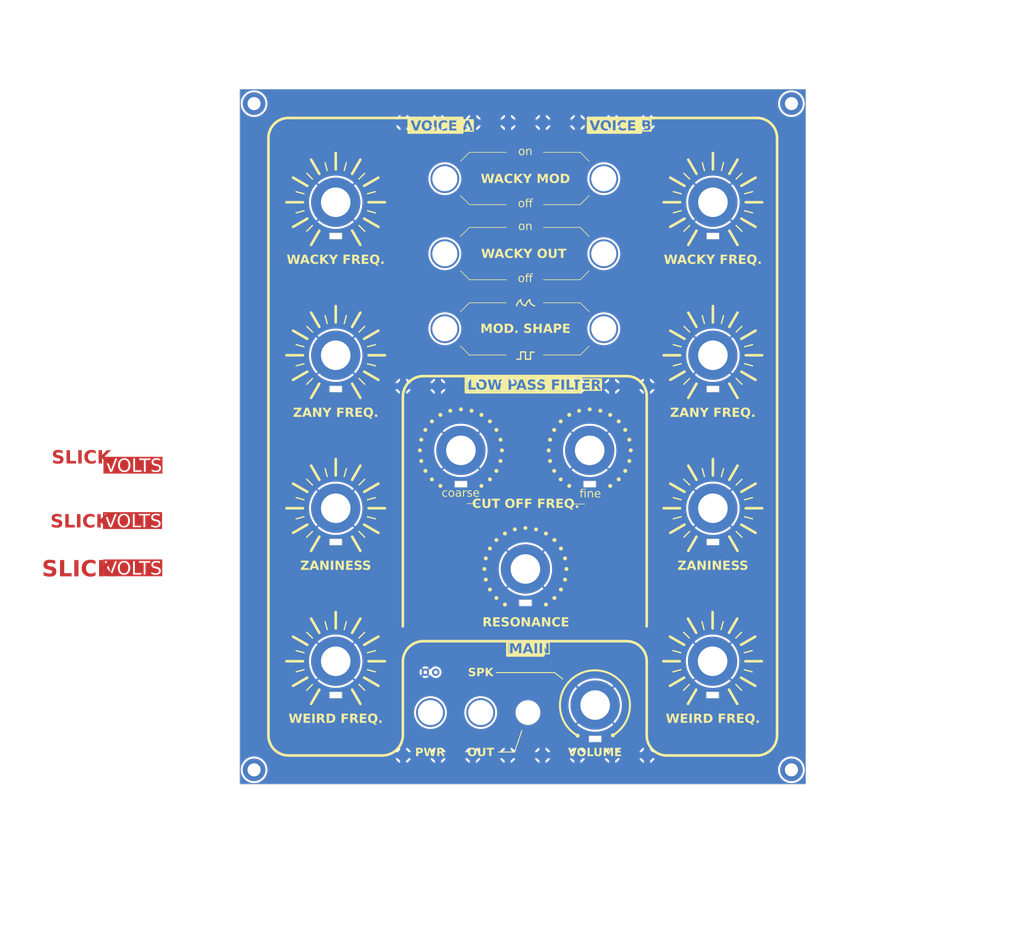
<source format=kicad_pcb>
(kicad_pcb (version 20221018) (generator pcbnew)
  (layers (0 "F.Cu" signal) (31 "B.Cu" signal) (34 "B.Paste" user) (35 "F.Paste" user) (36 "B.SilkS" user "B.Silkscreen") (37 "F.SilkS" user "F.Silkscreen") (38 "B.Mask" user) (39 "F.Mask" user) (44 "Edge.Cuts" user))
  (net 0 "")
  (net 1 "GND")
  (footprint "" (layer "F.Cu") (at 136.811657 112.4204)
    (fp_text reference "" (at 0 0) (layer "F.SilkS") (effects (font (size 1.27 1.27))))
    (fp_text value "" (at 0 0) (layer "F.SilkS") (effects (font (size 1.27 1.27))))
    (pad "1" smd circle (at 0 0 90) (size 3 3) (layers "B.Cu" "B.Paste" "B.Mask") (net 1 "GND") (clearance 3) (thermal_bridge_width 1.5))
  )
  (footprint "" (layer "F.Cu") (at 162.385828 48.1076)
    (fp_text reference "" (at 0 0) (layer "F.SilkS") (effects (font (size 1.27 1.27))))
    (fp_text value "" (at 0 0) (layer "F.SilkS") (effects (font (size 1.27 1.27))))
    (pad "1" smd circle (at 0 0 90) (size 3 3) (layers "B.Cu" "B.Paste" "B.Mask") (net 1 "GND") (clearance 3) (thermal_bridge_width 1.5))
  )
  (footprint "" (layer "F.Cu") (at 145.404114 48.1076)
    (fp_text reference "" (at 0 0) (layer "F.SilkS") (effects (font (size 1.27 1.27))))
    (fp_text value "" (at 0 0) (layer "F.SilkS") (effects (font (size 1.27 1.27))))
    (pad "1" smd circle (at 0 0 90) (size 3 3) (layers "B.Cu" "B.Paste" "B.Mask") (net 1 "GND") (clearance 3) (thermal_bridge_width 1.5))
  )
  (footprint "" (layer "F.Cu") (at 162.284228 112.4204)
    (fp_text reference "" (at 0 0) (layer "F.SilkS") (effects (font (size 1.27 1.27))))
    (fp_text value "" (at 0 0) (layer "F.SilkS") (effects (font (size 1.27 1.27))))
    (pad "1" smd circle (at 0 0 90) (size 3 3) (layers "B.Cu" "B.Paste" "B.Mask") (net 1 "GND") (clearance 3) (thermal_bridge_width 1.5))
  )
  (footprint "" (layer "F.Cu") (at 162.304285 202.438)
    (fp_text reference "" (at 0 0) (layer "F.SilkS") (effects (font (size 1.27 1.27))))
    (fp_text value "" (at 0 0) (layer "F.SilkS") (effects (font (size 1.27 1.27))))
    (pad "1" smd circle (at 0 0 90) (size 3 3) (layers "B.Cu" "B.Paste" "B.Mask") (net 1 "GND") (clearance 3) (thermal_bridge_width 1.5))
  )
  (footprint "" (layer "F.Cu") (at 153.894971 48.1076)
    (fp_text reference "" (at 0 0) (layer "F.SilkS") (effects (font (size 1.27 1.27))))
    (fp_text value "" (at 0 0) (layer "F.SilkS") (effects (font (size 1.27 1.27))))
    (pad "1" smd circle (at 0 0 90) (size 3 3) (layers "B.Cu" "B.Paste" "B.Mask") (net 1 "GND") (clearance 3) (thermal_bridge_width 1.5))
  )
  (footprint "fx_synth_parts:sw_fx_panel_small" (layer "F.Cu") (at 126.5 192.036 180)
    (fp_text reference "REF**" hide)
    (fp_text value "sw_fx_panel_small" hide)
    (pad "" np_thru_hole circle (at 0 0 180) (size 7 7) (drill 6.1) (layers "F&B.Cu" "*.Mask"))
  )
  (footprint "fx_synth_parts:sw_fx_panel_small" (layer "F.Cu") (at 130.0044 61.8128)
    (fp_text reference "REF**" hide)
    (fp_text value "sw_fx_panel_small" hide)
    (pad "" np_thru_hole circle (at 0 0) (size 7 7) (drill 6.1) (layers "F&B.Cu" "*.Mask"))
  )
  (footprint "" (layer "F.Cu") (at 170.876685 48.1076)
    (fp_text reference "" (at 0 0) (layer "F.SilkS") (effects (font (size 1.27 1.27))))
    (fp_text value "" (at 0 0) (layer "F.SilkS") (effects (font (size 1.27 1.27))))
    (pad "1" smd circle (at 0 0 90) (size 3 3) (layers "B.Cu" "B.Paste" "B.Mask") (net 1 "GND") (clearance 3) (thermal_bridge_width 1.5))
  )
  (footprint "MountingHole:MountingHole_3.2mm_M3_ISO14580_Pad" (layer "F.Cu") (at 83.5 206)
    (fp_text reference "REF**" hide)
    (fp_text value "MountingHole_3.2mm_M3_ISO14580_Pad" hide)
    (pad "1" thru_hole circle (at 0 0) (size 5.5 5.5) (drill 3.2) (layers "*.Cu" "*.Mask"))
  )
  (footprint "fx_synth_parts:pot_fx_panel_small_knob_1" (layer "F.Cu") (at 166.6496 190.202442)
    (fp_text reference "REF**" hide)
    (fp_text value "pot_fx_panel_small_knob_1" hide)
    (fp_arc (start -4.2672 7.467599) (mid -0.138299 -8.480276) (end 4.316842 7.379555) (stroke (width 0.5)) (layer "F.SilkS"))
    (fp_circle (center -4.2672 7.467599) (end -3.9472 7.467599) (stroke (width 0.32)) (fill solid) (layer "F.SilkS"))
    (fp_circle (center 4.316842 7.379555) (end 4.636842 7.379555) (stroke (width 0.32)) (fill solid) (layer "F.SilkS"))
    (fp_rect (start -1.5 7.5) (end 1.5 9) (stroke (width 0.12)) (fill none) (layer "Edge.Cuts"))
    (pad "1" thru_hole circle (at 0 0) (size 12 12) (drill 7.2) (layers "*.Cu" "*.Mask") (net 1 "GND"))
  )
  (footprint "" (layer "F.Cu") (at 128.3208 112.4204)
    (fp_text reference "" (at 0 0) (layer "F.SilkS") (effects (font (size 1.27 1.27))))
    (fp_text value "" (at 0 0) (layer "F.SilkS") (effects (font (size 1.27 1.27))))
    (pad "1" smd circle (at 0 0 90) (size 3 3) (layers "B.Cu" "B.Paste" "B.Mask") (net 1 "GND") (clearance 3) (thermal_bridge_width 1.5))
  )
  (footprint "" (layer "F.Cu") (at 119.85 202.438)
    (fp_text reference locked "" (at 10.5748 4.1) (layer "F.SilkS") (effects (font (size 1.27 1.27))))
    (fp_text value locked "" (at 10.5748 4.1) (layer "F.SilkS") (effects (font (size 1.27 1.27))))
    (pad "1" smd circle (at 0 0 90) (size 3 3) (layers "B.Cu" "B.Paste" "B.Mask") (net 1 "GND") (clearance 3) (thermal_bridge_width 1.5))
  )
  (footprint "fx_synth_parts:sw_fx_panel_small" (layer "F.Cu") (at 168.7544 61.8128)
    (fp_text reference "REF**" hide)
    (fp_text value "sw_fx_panel_small" hide)
    (pad "" np_thru_hole circle (at 0 0) (size 7 7) (drill 6.1) (layers "F&B.Cu" "*.Mask"))
  )
  (footprint "fx_synth_parts:pot_fx_panel_small_knob_2" (layer "F.Cu") (at 195.3544 67.5628)
    (fp_text reference "REF**" hide)
    (fp_text value "pot_fx_panel_small_knob_2" hide)
    (fp_line (start -8 0) (end -12 0) (stroke (width 0.64)) (layer "F.SilkS"))
    (fp_line (start -7.727407 -2.070552) (end -9.659258 -2.58819) (stroke (width 0.32)) (layer "F.SilkS"))
    (fp_line (start -7.727407 2.070552) (end -9.659258 2.58819) (stroke (width 0.32)) (layer "F.SilkS"))
    (fp_line (start -6.928203 -4) (end -10.392305 -6) (stroke (width 0.64)) (layer "F.SilkS"))
    (fp_line (start -6.928203 4) (end -10.392305 6) (stroke (width 0.64)) (layer "F.SilkS"))
    (fp_line (start -5.656854 -5.656854) (end -7.071068 -7.071068) (stroke (width 0.32)) (layer "F.SilkS"))
    (fp_line (start -5.656854 5.656854) (end -7.071068 7.071068) (stroke (width 0.32)) (layer "F.SilkS"))
    (fp_line (start -4 -6.928203) (end -6 -10.392305) (stroke (width 0.64)) (layer "F.SilkS"))
    (fp_line (start -4 6.928203) (end -6 10.392305) (stroke (width 0.64)) (layer "F.SilkS"))
    (fp_line (start -2.070552 -7.727407) (end -2.58819 -9.659258) (stroke (width 0.32)) (layer "F.SilkS"))
    (fp_line (start 0 -8) (end 0 -12) (stroke (width 0.64)) (layer "F.SilkS"))
    (fp_line (start 2.070552 -7.727407) (end 2.58819 -9.659258) (stroke (width 0.32)) (layer "F.SilkS"))
    (fp_line (start 4 -6.928203) (end 6 -10.392305) (stroke (width 0.64)) (layer "F.SilkS"))
    (fp_line (start 4 6.928203) (end 6 10.392305) (stroke (width 0.64)) (layer "F.SilkS"))
    (fp_line (start 5.656854 -5.656854) (end 7.071068 -7.071068) (stroke (width 0.32)) (layer "F.SilkS"))
    (fp_line (start 5.656854 5.656854) (end 7.071068 7.071068) (stroke (width 0.32)) (layer "F.SilkS"))
    (fp_line (start 6.928203 -4) (end 10.392305 -6) (stroke (width 0.64)) (layer "F.SilkS"))
    (fp_line (start 6.928203 4) (end 10.392305 6) (stroke (width 0.64)) (layer "F.SilkS"))
    (fp_line (start 7.727407 -2.070552) (end 9.659258 -2.58819) (stroke (width 0.32)) (layer "F.SilkS"))
    (fp_line (start 7.727407 2.070552) (end 9.659258 2.58819) (stroke (width 0.32)) (layer "F.SilkS"))
    (fp_line (start 8 0) (end 12 0) (stroke (width 0.64)) (layer "F.SilkS"))
    (fp_rect (start -1.5 7.5) (end 1.5 9) (stroke (width 0.12)) (fill none) (layer "Edge.Cuts"))
    (pad "1" thru_hole circle (at 0 0) (size 12 12) (drill 7.2) (layers "*.Cu" "*.Mask") (net 1 "GND"))
  )
  (footprint "MountingHole:MountingHole_3.2mm_M3_ISO14580_Pad" (layer "F.Cu") (at 83.5 43.5)
    (fp_text reference "REF**" hide)
    (fp_text value "MountingHole_3.2mm_M3_ISO14580_Pad" hide)
    (pad "1" thru_hole circle (at 0 0) (size 5.5 5.5) (drill 3.2) (layers "*.Cu" "*.Mask"))
  )
  (footprint "fx_synth_parts:sw_fx_panel_small" (layer "F.Cu") (at 130.0044 98.4128)
    (fp_text reference "REF**" hide)
    (fp_text value "sw_fx_panel_small" hide)
    (pad "" np_thru_hole circle (at 0 0) (size 7 7) (drill 6.1) (layers "F&B.Cu" "*.Mask"))
  )
  (footprint "" (layer "F.Cu") (at 153.813428 202.438)
    (fp_text reference "" (at 0 0) (layer "F.SilkS") (effects (font (size 1.27 1.27))))
    (fp_text value "" (at 0 0) (layer "F.SilkS") (effects (font (size 1.27 1.27))))
    (pad "1" smd circle (at 0 0 90) (size 3 3) (layers "B.Cu" "B.Paste" "B.Mask") (net 1 "GND") (clearance 3) (thermal_bridge_width 1.5))
  )
  (footprint "fx_synth_parts:sw_fx_panel_small" (layer "F.Cu") (at 168.7544 80.1128)
    (fp_text reference "REF**" hide)
    (fp_text value "sw_fx_panel_small" hide)
    (pad "" np_thru_hole circle (at 0 0) (size 7 7) (drill 6.1) (layers "F&B.Cu" "*.Mask"))
  )
  (footprint "fx_synth_parts:pot_fx_panel_small_knob_1" (layer "F.Cu") (at 149.6496 157.0128)
    (fp_text reference "REF**" hide)
    (fp_text value "pot_fx_panel_small_knob_1" hide)
    (fp_circle (center -10 0) (end -9.68 0) (stroke (width 0.32)) (fill solid) (layer "F.SilkS"))
    (fp_circle (center -9.659258 -2.58819) (end -9.339258 -2.58819) (stroke (width 0.32)) (fill solid) (layer "F.SilkS"))
    (fp_circle (center -9.659258 2.58819) (end -9.339258 2.58819) (stroke (width 0.32)) (fill solid) (layer "F.SilkS"))
    (fp_circle (center -8.660254 -5) (end -8.340254 -5) (stroke (width 0.32)) (fill solid) (layer "F.SilkS"))
    (fp_circle (center -8.660254 5) (end -8.340254 5) (stroke (width 0.32)) (fill solid) (layer "F.SilkS"))
    (fp_circle (center -7.071068 -7.071068) (end -6.751068 -7.071068) (stroke (width 0.32)) (fill solid) (layer "F.SilkS"))
    (fp_circle (center -7.071068 7.071068) (end -6.751068 7.071068) (stroke (width 0.32)) (fill solid) (layer "F.SilkS"))
    (fp_circle (center -5 -8.660254) (end -4.68 -8.660254) (stroke (width 0.32)) (fill solid) (layer "F.SilkS"))
    (fp_circle (center -5 8.660254) (end -4.68 8.660254) (stroke (width 0.32)) (fill solid) (layer "F.SilkS"))
    (fp_circle (center -2.58819 -9.659258) (end -2.26819 -9.659258) (stroke (width 0.32)) (fill solid) (layer "F.SilkS"))
    (fp_circle (center 0 -10) (end 0.32 -10) (stroke (width 0.32)) (fill solid) (layer "F.SilkS"))
    (fp_circle (center 2.58819 -9.659258) (end 2.90819 -9.659258) (stroke (width 0.32)) (fill solid) (layer "F.SilkS"))
    (fp_circle (center 5 -8.660254) (end 5.32 -8.660254) (stroke (width 0.32)) (fill solid) (layer "F.SilkS"))
    (fp_circle (center 5 8.660254) (end 5.32 8.660254) (stroke (width 0.32)) (fill solid) (layer "F.SilkS"))
    (fp_circle (center 7.071068 -7.071068) (end 7.391068 -7.071068) (stroke (width 0.32)) (fill solid) (layer "F.SilkS"))
    (fp_circle (center 7.071068 7.071068) (end 7.391068 7.071068) (stroke (width 0.32)) (fill solid) (layer "F.SilkS"))
    (fp_circle (center 8.660254 -5) (end 8.980254 -5) (stroke (width 0.32)) (fill solid) (layer "F.SilkS"))
    (fp_circle (center 8.660254 5) (end 8.980254 5) (stroke (width 0.32)) (fill solid) (layer "F.SilkS"))
    (fp_circle (center 9.659258 -2.58819) (end 9.979258 -2.58819) (stroke (width 0.32)) (fill solid) (layer "F.SilkS"))
    (fp_circle (center 9.659258 2.58819) (end 9.979258 2.58819) (stroke (width 0.32)) (fill solid) (layer "F.SilkS"))
    (fp_circle (center 10 0) (end 10.32 0) (stroke (width 0.32)) (fill solid) (layer "F.SilkS"))
    (fp_rect (start -1.5 7.5) (end 1.5 9) (stroke (width 0.12)) (fill none) (layer "Edge.Cuts"))
    (pad "1" thru_hole circle (at 0 0) (size 12 12) (drill 7.2) (layers "*.Cu" "*.Mask") (net 1 "GND"))
  )
  (footprint "" (layer "F.Cu") (at 153.793371 112.4204)
    (fp_text reference "" (at 0 0) (layer "F.SilkS") (effects (font (size 1.27 1.27))))
    (fp_text value "" (at 0 0) (layer "F.SilkS") (effects (font (size 1.27 1.27))))
    (pad "1" smd circle (at 0 0 90) (size 3 3) (layers "B.Cu" "B.Paste" "B.Mask") (net 1 "GND") (clearance 3) (thermal_bridge_width 1.5))
  )
  (footprint "MountingHole:MountingHole_3.2mm_M3_ISO14580_Pad" (layer "F.Cu") (at 214.5 206)
    (fp_text reference "REF**" hide)
    (fp_text value "MountingHole_3.2mm_M3_ISO14580_Pad" hide)
    (pad "1" thru_hole circle (at 0 0) (size 5.5 5.5) (drill 3.2) (layers "*.Cu" "*.Mask"))
  )
  (footprint "" (layer "F.Cu") (at 128.340857 202.438)
    (fp_text reference "" (at 0 0) (layer "F.SilkS") (effects (font (size 1.27 1.27))))
    (fp_text value "" (at 0 0) (layer "F.SilkS") (effects (font (size 1.27 1.27))))
    (pad "1" smd circle (at 0 0 90) (size 3 3) (layers "B.Cu" "B.Paste" "B.Mask") (net 1 "GND") (clearance 3) (thermal_bridge_width 1.5))
  )
  (footprint "" (layer "F.Cu") (at 179.265943 112.9776)
    (fp_text reference locked "" (at 27.75 4.1) (layer "F.SilkS") (effects (font (size 1.27 1.27))))
    (fp_text value locked "" (at 27.75 4.1) (layer "F.SilkS") (effects (font (size 1.27 1.27))))
    (pad "1" smd circle (at 0 -0.5572 90) (size 3 3) (layers "B.Cu" "B.Paste" "B.Mask") (net 1 "GND") (clearance 3) (thermal_bridge_width 1.5))
  )
  (footprint "fx_synth_parts:sw_fx_panel_small" (layer "F.Cu") (at 168.7544 98.4128)
    (fp_text reference "REF**" hide)
    (fp_text value "sw_fx_panel_small" hide)
    (pad "" np_thru_hole circle (at 0 0) (size 7 7) (drill 6.1) (layers "F&B.Cu" "*.Mask"))
  )
  (footprint "fx_synth_parts:pot_fx_panel_small_knob_1" (layer "F.Cu") (at 133.9196 128.08)
    (fp_text reference "REF**" hide)
    (fp_text value "pot_fx_panel_small_knob_1" hide)
    (fp_circle (center -10 0) (end -9.68 0) (stroke (width 0.32)) (fill solid) (layer "F.SilkS"))
    (fp_circle (center -9.659258 -2.58819) (end -9.339258 -2.58819) (stroke (width 0.32)) (fill solid) (layer "F.SilkS"))
    (fp_circle (center -9.659258 2.58819) (end -9.339258 2.58819) (stroke (width 0.32)) (fill solid) (layer "F.SilkS"))
    (fp_circle (center -8.660254 -5) (end -8.340254 -5) (stroke (width 0.32)) (fill solid) (layer "F.SilkS"))
    (fp_circle (center -8.660254 5) (end -8.340254 5) (stroke (width 0.32)) (fill solid) (layer "F.SilkS"))
    (fp_circle (center -7.071068 -7.071068) (end -6.751068 -7.071068) (stroke (width 0.32)) (fill solid) (layer "F.SilkS"))
    (fp_circle (center -7.071068 7.071068) (end -6.751068 7.071068) (stroke (width 0.32)) (fill solid) (layer "F.SilkS"))
    (fp_circle (center -5 -8.660254) (end -4.68 -8.660254) (stroke (width 0.32)) (fill solid) (layer "F.SilkS"))
    (fp_circle (center -5 8.660254) (end -4.68 8.660254) (stroke (width 0.32)) (fill solid) (layer "F.SilkS"))
    (fp_circle (center -2.58819 -9.659258) (end -2.26819 -9.659258) (stroke (width 0.32)) (fill solid) (layer "F.SilkS"))
    (fp_circle (center 0 -10) (end 0.32 -10) (stroke (width 0.32)) (fill solid) (layer "F.SilkS"))
    (fp_circle (center 2.58819 -9.659258) (end 2.90819 -9.659258) (stroke (width 0.32)) (fill solid) (layer "F.SilkS"))
    (fp_circle (center 5 -8.660254) (end 5.32 -8.660254) (stroke (width 0.32)) (fill solid) (layer "F.SilkS"))
    (fp_circle (center 5 8.660254) (end 5.32 8.660254) (stroke (width 0.32)) (fill solid) (layer "F.SilkS"))
    (fp_circle (center 7.071068 -7.071068) (end 7.391068 -7.071068) (stroke (width 0.32)) (fill solid) (layer "F.SilkS"))
    (fp_circle (center 7.071068 7.071068) (end 7.391068 7.071068) (stroke (width 0.32)) (fill solid) (layer "F.SilkS"))
    (fp_circle (center 8.660254 -5) (end 8.980254 -5) (stroke (width 0.32)) (fill solid) (layer "F.SilkS"))
    (fp_circle (center 8.660254 5) (end 8.980254 5) (stroke (width 0.32)) (fill solid) (layer "F.SilkS"))
    (fp_circle (center 9.659258 -2.58819) (end 9.979258 -2.58819) (stroke (width 0.32)) (fill solid) (layer "F.SilkS"))
    (fp_circle (center 9.659258 2.58819) (end 9.979258 2.58819) (stroke (width 0.32)) (fill solid) (layer "F.SilkS"))
    (fp_circle (center 10 0) (end 10.32 0) (stroke (width 0.32)) (fill solid) (layer "F.SilkS"))
    (fp_rect (start -1.5 7.5) (end 1.5 9) (stroke (width 0.12)) (fill none) (layer "Edge.Cuts"))
    (pad "1" thru_hole circle (at 0 0) (size 12 12) (drill 7.2) (layers "*.Cu" "*.Mask") (net 1 "GND"))
  )
  (footprint "fx_synth_parts:sw_fx_panel_small" (layer "F.Cu") (at 138.75 192.036)
    (fp_text reference "REF**" hide)
    (fp_text value "sw_fx_panel_small" hide)
    (pad "" np_thru_hole circle (at 0 0) (size 7 7) (drill 6.1) (layers "F&B.Cu" "*.Mask"))
  )
  (footprint "fx_synth_parts:pot_fx_panel_small_knob_2" (layer "F.Cu") (at 103.4044 142.196132)
    (fp_text reference "REF**" hide)
    (fp_text value "pot_fx_panel_small_knob_2" hide)
    (fp_line (start -8 0) (end -12 0) (stroke (width 0.64)) (layer "F.SilkS"))
    (fp_line (start -7.727407 -2.070552) (end -9.659258 -2.58819) (stroke (width 0.32)) (layer "F.SilkS"))
    (fp_line (start -7.727407 2.070552) (end -9.659258 2.58819) (stroke (width 0.32)) (layer "F.SilkS"))
    (fp_line (start -6.928203 -4) (end -10.392305 -6) (stroke (width 0.64)) (layer "F.SilkS"))
    (fp_line (start -6.928203 4) (end -10.392305 6) (stroke (width 0.64)) (layer "F.SilkS"))
    (fp_line (start -5.656854 -5.656854) (end -7.071068 -7.071068) (stroke (width 0.32)) (layer "F.SilkS"))
    (fp_line (start -5.656854 5.656854) (end -7.071068 7.071068) (stroke (width 0.32)) (layer "F.SilkS"))
    (fp_line (start -4 -6.928203) (end -6 -10.392305) (stroke (width 0.64)) (layer "F.SilkS"))
    (fp_line (start -4 6.928203) (end -6 10.392305) (stroke (width 0.64)) (layer "F.SilkS"))
    (fp_line (start -2.070552 -7.727407) (end -2.58819 -9.659258) (stroke (width 0.32)) (layer "F.SilkS"))
    (fp_line (start 0 -8) (end 0 -12) (stroke (width 0.64)) (layer "F.SilkS"))
    (fp_line (start 2.070552 -7.727407) (end 2.58819 -9.659258) (stroke (width 0.32)) (layer "F.SilkS"))
    (fp_line (start 4 -6.928203) (end 6 -10.392305) (stroke (width 0.64)) (layer "F.SilkS"))
    (fp_line (start 4 6.928203) (end 6 10.392305) (stroke (width 0.64)) (layer "F.SilkS"))
    (fp_line (start 5.656854 -5.656854) (end 7.071068 -7.071068) (stroke (width 0.32)) (layer "F.SilkS"))
    (fp_line (start 5.656854 5.656854) (end 7.071068 7.071068) (stroke (width 0.32)) (layer "F.SilkS"))
    (fp_line (start 6.928203 -4) (end 10.392305 -6) (stroke (width 0.64)) (layer "F.SilkS"))
    (fp_line (start 6.928203 4) (end 10.392305 6) (stroke (width 0.64)) (layer "F.SilkS"))
    (fp_line (start 7.727407 -2.070552) (end 9.659258 -2.58819) (stroke (width 0.32)) (layer "F.SilkS"))
    (fp_line (start 7.727407 2.070552) (end 9.659258 2.58819) (stroke (width 0.32)) (layer "F.SilkS"))
    (fp_line (start 8 0) (end 12 0) (stroke (width 0.64)) (layer "F.SilkS"))
    (fp_rect (start -1.5 7.5) (end 1.5 9) (stroke (width 0.12)) (fill none) (layer "Edge.Cuts"))
    (pad "1" thru_hole circle (at 0 0) (size 12 12) (drill 7.2) (layers "*.Cu" "*.Mask") (net 1 "GND"))
  )
  (footprint "fx_synth_parts:pot_fx_panel_small_knob_2" (layer "F.Cu") (at 103.4044 104.879466)
    (fp_text reference "REF**" hide)
    (fp_text value "pot_fx_panel_small_knob_2" hide)
    (fp_line (start -8 0) (end -12 0) (stroke (width 0.64)) (layer "F.SilkS"))
    (fp_line (start -7.727407 -2.070552) (end -9.659258 -2.58819) (stroke (width 0.32)) (layer "F.SilkS"))
    (fp_line (start -7.727407 2.070552) (end -9.659258 2.58819) (stroke (width 0.32)) (layer "F.SilkS"))
    (fp_line (start -6.928203 -4) (end -10.392305 -6) (stroke (width 0.64)) (layer "F.SilkS"))
    (fp_line (start -6.928203 4) (end -10.392305 6) (stroke (width 0.64)) (layer "F.SilkS"))
    (fp_line (start -5.656854 -5.656854) (end -7.071068 -7.071068) (stroke (width 0.32)) (layer "F.SilkS"))
    (fp_line (start -5.656854 5.656854) (end -7.071068 7.071068) (stroke (width 0.32)) (layer "F.SilkS"))
    (fp_line (start -4 -6.928203) (end -6 -10.392305) (stroke (width 0.64)) (layer "F.SilkS"))
    (fp_line (start -4 6.928203) (end -6 10.392305) (stroke (width 0.64)) (layer "F.SilkS"))
    (fp_line (start -2.070552 -7.727407) (end -2.58819 -9.659258) (stroke (width 0.32)) (layer "F.SilkS"))
    (fp_line (start 0 -8) (end 0 -12) (stroke (width 0.64)) (layer "F.SilkS"))
    (fp_line (start 2.070552 -7.727407) (end 2.58819 -9.659258) (stroke (width 0.32)) (layer "F.SilkS"))
    (fp_line (start 4 -6.928203) (end 6 -10.392305) (stroke (width 0.64)) (layer "F.SilkS"))
    (fp_line (start 4 6.928203) (end 6 10.392305) (stroke (width 0.64)) (layer "F.SilkS"))
    (fp_line (start 5.656854 -5.656854) (end 7.071068 -7.071068) (stroke (width 0.32)) (layer "F.SilkS"))
    (fp_line (start 5.656854 5.656854) (end 7.071068 7.071068) (stroke (width 0.32)) (layer "F.SilkS"))
    (fp_line (start 6.928203 -4) (end 10.392305 -6) (stroke (width 0.64)) (layer "F.SilkS"))
    (fp_line (start 6.928203 4) (end 10.392305 6) (stroke (width 0.64)) (layer "F.SilkS"))
    (fp_line (start 7.727407 -2.070552) (end 9.659258 -2.58819) (stroke (width 0.32)) (layer "F.SilkS"))
    (fp_line (start 7.727407 2.070552) (end 9.659258 2.58819) (stroke (width 0.32)) (layer "F.SilkS"))
    (fp_line (start 8 0) (end 12 0) (stroke (width 0.64)) (layer "F.SilkS"))
    (fp_rect (start -1.5 7.5) (end 1.5 9) (stroke (width 0.12)) (fill none) (layer "Edge.Cuts"))
    (pad "1" thru_hole circle (at 0 0) (size 12 12) (drill 7.2) (layers "*.Cu" "*.Mask") (net 1 "GND"))
  )
  (footprint "MountingHole:MountingHole_3.2mm_M3_ISO14580_Pad" (layer "F.Cu") (at 214.5 43.5)
    (fp_text reference "REF**" hide)
    (fp_text value "MountingHole_3.2mm_M3_ISO14580_Pad" hide)
    (pad "1" thru_hole circle (at 0 0) (size 5.5 5.5) (drill 3.2) (layers "*.Cu" "*.Mask"))
  )
  (footprint "LED_THT:LED_D3.0mm" (layer "F.Cu") (at 125.25 182.1888)
    (fp_text reference "REF**" hide)
    (fp_text value "LED_D3.0mm" hide)
    (fp_line (start 0.9398 -0.3041) (end 0.9398 -0.8135) (stroke (width 0.12)) (layer "F.SilkS"))
    (fp_line (start 0.9398 0.8128) (end 0.9398 0.3034) (stroke (width 0.12)) (layer "F.SilkS"))
    (pad "1" thru_hole circle (at 0 0) (size 1.8 1.8) (drill 0.9) (layers "*.Cu" "*.Mask") (net 1 "GND"))
    (pad "2" thru_hole circle (at 2.54 0) (size 1.8 1.8) (drill 0.9) (layers "*.Cu" "*.Mask"))
  )
  (footprint "fx_synth_parts:pot_fx_panel_small_knob_2" (layer "F.Cu") (at 103.4044 67.5628)
    (fp_text reference "REF**" hide)
    (fp_text value "pot_fx_panel_small_knob_2" hide)
    (fp_line (start -8 0) (end -12 0) (stroke (width 0.64)) (layer "F.SilkS"))
    (fp_line (start -7.727407 -2.070552) (end -9.659258 -2.58819) (stroke (width 0.32)) (layer "F.SilkS"))
    (fp_line (start -7.727407 2.070552) (end -9.659258 2.58819) (stroke (width 0.32)) (layer "F.SilkS"))
    (fp_line (start -6.928203 -4) (end -10.392305 -6) (stroke (width 0.64)) (layer "F.SilkS"))
    (fp_line (start -6.928203 4) (end -10.392305 6) (stroke (width 0.64)) (layer "F.SilkS"))
    (fp_line (start -5.656854 -5.656854) (end -7.071068 -7.071068) (stroke (width 0.32)) (layer "F.SilkS"))
    (fp_line (start -5.656854 5.656854) (end -7.071068 7.071068) (stroke (width 0.32)) (layer "F.SilkS"))
    (fp_line (start -4 -6.928203) (end -6 -10.392305) (stroke (width 0.64)) (layer "F.SilkS"))
    (fp_line (start -4 6.928203) (end -6 10.392305) (stroke (width 0.64)) (layer "F.SilkS"))
    (fp_line (start -2.070552 -7.727407) (end -2.58819 -9.659258) (stroke (width 0.32)) (layer "F.SilkS"))
    (fp_line (start 0 -8) (end 0 -12) (stroke (width 0.64)) (layer "F.SilkS"))
    (fp_line (start 2.070552 -7.727407) (end 2.58819 -9.659258) (stroke (width 0.32)) (layer "F.SilkS"))
    (fp_line (start 4 -6.928203) (end 6 -10.392305) (stroke (width 0.64)) (layer "F.SilkS"))
    (fp_line (start 4 6.928203) (end 6 10.392305) (stroke (width 0.64)) (layer "F.SilkS"))
    (fp_line (start 5.656854 -5.656854) (end 7.071068 -7.071068) (stroke (width 0.32)) (layer "F.SilkS"))
    (fp_line (start 5.656854 5.656854) (end 7.071068 7.071068) (stroke (width 0.32)) (layer "F.SilkS"))
    (fp_line (start 6.928203 -4) (end 10.392305 -6) (stroke (width 0.64)) (layer "F.SilkS"))
    (fp_line (start 6.928203 4) (end 10.392305 6) (stroke (width 0.64)) (layer "F.SilkS"))
    (fp_line (start 7.727407 -2.070552) (end 9.659258 -2.58819) (stroke (width 0.32)) (layer "F.SilkS"))
    (fp_line (start 7.727407 2.070552) (end 9.659258 2.58819) (stroke (width 0.32)) (layer "F.SilkS"))
    (fp_line (start 8 0) (end 12 0) (stroke (width 0.64)) (layer "F.SilkS"))
    (fp_rect (start -1.5 7.5) (end 1.5 9) (stroke (width 0.12)) (fill none) (layer "Edge.Cuts"))
    (pad "1" thru_hole circle (at 0 0) (size 12 12) (drill 7.2) (layers "*.Cu" "*.Mask") (net 1 "GND"))
  )
  (footprint "" (layer "F.Cu") (at 170.775085 112.4204)
    (fp_text reference "" (at 0 0) (layer "F.SilkS") (effects (font (size 1.27 1.27))))
    (fp_text value "" (at 0 0) (layer "F.SilkS") (effects (font (size 1.27 1.27))))
    (pad "1" smd circle (at 0 0 90) (size 3 3) (layers "B.Cu" "B.Paste" "B.Mask") (net 1 "GND") (clearance 3) (thermal_bridge_width 1.5))
  )
  (footprint "" (layer "F.Cu") (at 136.831714 202.438)
    (fp_text reference "" (at 0 0) (layer "F.SilkS") (effects (font (size 1.27 1.27))))
    (fp_text value "" (at 0 0) (layer "F.SilkS") (effects (font (size 1.27 1.27))))
    (pad "1" smd circle (at 0 0 90) (size 3 3) (layers "B.Cu" "B.Paste" "B.Mask") (net 1 "GND") (clearance 3) (thermal_bridge_width 1.5))
  )
  (footprint "fx_synth_parts:pot_fx_panel_small_knob_1" (layer "F.Cu") (at 165.3196 128.08)
    (fp_text reference "REF**" hide)
    (fp_text value "pot_fx_panel_small_knob_1" hide)
    (fp_circle (center -10 0) (end -9.68 0) (stroke (width 0.32)) (fill solid) (layer "F.SilkS"))
    (fp_circle (center -9.659258 -2.58819) (end -9.339258 -2.58819) (stroke (width 0.32)) (fill solid) (layer "F.SilkS"))
    (fp_circle (center -9.659258 2.58819) (end -9.339258 2.58819) (stroke (width 0.32)) (fill solid) (layer "F.SilkS"))
    (fp_circle (center -8.660254 -5) (end -8.340254 -5) (stroke (width 0.32)) (fill solid) (layer "F.SilkS"))
    (fp_circle (center -8.660254 5) (end -8.340254 5) (stroke (width 0.32)) (fill solid) (layer "F.SilkS"))
    (fp_circle (center -7.071068 -7.071068) (end -6.751068 -7.071068) (stroke (width 0.32)) (fill solid) (layer "F.SilkS"))
    (fp_circle (center -7.071068 7.071068) (end -6.751068 7.071068) (stroke (width 0.32)) (fill solid) (layer "F.SilkS"))
    (fp_circle (center -5 -8.660254) (end -4.68 -8.660254) (stroke (width 0.32)) (fill solid) (layer "F.SilkS"))
    (fp_circle (center -5 8.660254) (end -4.68 8.660254) (stroke (width 0.32)) (fill solid) (layer "F.SilkS"))
    (fp_circle (center -2.58819 -9.659258) (end -2.26819 -9.659258) (stroke (width 0.32)) (fill solid) (layer "F.SilkS"))
    (fp_circle (center 0 -10) (end 0.32 -10) (stroke (width 0.32)) (fill solid) (layer "F.SilkS"))
    (fp_circle (center 2.58819 -9.659258) (end 2.90819 -9.659258) (stroke (width 0.32)) (fill solid) (layer "F.SilkS"))
    (fp_circle (center 5 -8.660254) (end 5.32 -8.660254) (stroke (width 0.32)) (fill solid) (layer "F.SilkS"))
    (fp_circle (center 5 8.660254) (end 5.32 8.660254) (stroke (width 0.32)) (fill solid) (layer "F.SilkS"))
    (fp_circle (center 7.071068 -7.071068) (end 7.391068 -7.071068) (stroke (width 0.32)) (fill solid) (layer "F.SilkS"))
    (fp_circle (center 7.071068 7.071068) (end 7.391068 7.071068) (stroke (width 0.32)) (fill solid) (layer "F.SilkS"))
    (fp_circle (center 8.660254 -5) (end 8.980254 -5) (stroke (width 0.32)) (fill solid) (layer "F.SilkS"))
    (fp_circle (center 8.660254 5) (end 8.980254 5) (stroke (width 0.32)) (fill solid) (layer "F.SilkS"))
    (fp_circle (center 9.659258 -2.58819) (end 9.979258 -2.58819) (stroke (width 0.32)) (fill solid) (layer "F.SilkS"))
    (fp_circle (center 9.659258 2.58819) (end 9.979258 2.58819) (stroke (width 0.32)) (fill solid) (layer "F.SilkS"))
    (fp_circle (center 10 0) (end 10.32 0) (stroke (width 0.32)) (fill solid) (layer "F.SilkS"))
    (fp_rect (start -1.5 7.5) (end 1.5 9) (stroke (width 0.12)) (fill none) (layer "Edge.Cuts"))
    (pad "1" thru_hole circle (at 0 0) (size 12 12) (drill 7.2) (layers "*.Cu" "*.Mask") (net 1 "GND"))
  )
  (footprint "" (layer "F.Cu") (at 170.795142 202.438)
    (fp_text reference "" (at 0 0) (layer "F.SilkS") (effects (font (size 1.27 1.27))))
    (fp_text value "" (at 0 0) (layer "F.SilkS") (effects (font (size 1.27 1.27))))
    (pad "1" smd circle (at 0 0 90) (size 3 3) (layers "B.Cu" "B.Paste" "B.Mask") (net 1 "GND") (clearance 3) (thermal_bridge_width 1.5))
  )
  (footprint "fx_synth_parts:jack_panel_small" (layer "F.Cu") (at 150.2664 192.036)
    (fp_text reference "REF**" hide)
    (fp_text value "jack_panel_small" hide)
    (fp_circle (center 0 0) (end 3 0) (stroke (width 0.1)) (fill none) (layer "Edge.Cuts"))
  )
  (footprint "" (layer "F.Cu") (at 179.286 202.9952)
    (fp_text reference locked "" (at 27.75 4.1) (layer "F.SilkS") (effects (font (size 1.27 1.27))))
    (fp_text value locked "" (at 27.75 4.1) (layer "F.SilkS") (effects (font (size 1.27 1.27))))
    (pad "1" smd circle (at 0 -0.5572 90) (size 3 3) (layers "B.Cu" "B.Paste" "B.Mask") (net 1 "GND") (clearance 3) (thermal_bridge_width 1.5))
  )
  (footprint "fx_synth_parts:pot_fx_panel_small_knob_2" (layer "F.Cu") (at 103.4044 179.5128)
    (fp_text reference "REF**" hide)
    (fp_text value "pot_fx_panel_small_knob_2" hide)
    (fp_line (start -8 0) (end -12 0) (stroke (width 0.64)) (layer "F.SilkS"))
    (fp_line (start -7.727407 -2.070552) (end -9.659258 -2.58819) (stroke (width 0.32)) (layer "F.SilkS"))
    (fp_line (start -7.727407 2.070552) (end -9.659258 2.58819) (stroke (width 0.32)) (layer "F.SilkS"))
    (fp_line (start -6.928203 -4) (end -10.392305 -6) (stroke (width 0.64)) (layer "F.SilkS"))
    (fp_line (start -6.928203 4) (end -10.392305 6) (stroke (width 0.64)) (layer "F.SilkS"))
    (fp_line (start -5.656854 -5.656854) (end -7.071068 -7.071068) (stroke (width 0.32)) (layer "F.SilkS"))
    (fp_line (start -5.656854 5.656854) (end -7.071068 7.071068) (stroke (width 0.32)) (layer "F.SilkS"))
    (fp_line (start -4 -6.928203) (end -6 -10.392305) (stroke (width 0.64)) (layer "F.SilkS"))
    (fp_line (start -4 6.928203) (end -6 10.392305) (stroke (width 0.64)) (layer "F.SilkS"))
    (fp_line (start -2.070552 -7.727407) (end -2.58819 -9.659258) (stroke (width 0.32)) (layer "F.SilkS"))
    (fp_line (start 0 -8) (end 0 -12) (stroke (width 0.64)) (layer "F.SilkS"))
    (fp_line (start 2.070552 -7.727407) (end 2.58819 -9.659258) (stroke (width 0.32)) (layer "F.SilkS"))
    (fp_line (start 4 -6.928203) (end 6 -10.392305) (stroke (width 0.64)) (layer "F.SilkS"))
    (fp_line (start 4 6.928203) (end 6 10.392305) (stroke (width 0.64)) (layer "F.SilkS"))
    (fp_line (start 5.656854 -5.656854) (end 7.071068 -7.071068) (stroke (width 0.32)) (layer "F.SilkS"))
    (fp_line (start 5.656854 5.656854) (end 7.071068 7.071068) (stroke (width 0.32)) (layer "F.SilkS"))
    (fp_line (start 6.928203 -4) (end 10.392305 -6) (stroke (width 0.64)) (layer "F.SilkS"))
    (fp_line (start 6.928203 4) (end 10.392305 6) (stroke (width 0.64)) (layer "F.SilkS"))
    (fp_line (start 7.727407 -2.070552) (end 9.659258 -2.58819) (stroke (width 0.32)) (layer "F.SilkS"))
    (fp_line (start 7.727407 2.070552) (end 9.659258 2.58819) (stroke (width 0.32)) (layer "F.SilkS"))
    (fp_line (start 8 0) (end 12 0) (stroke (width 0.64)) (layer "F.SilkS"))
    (fp_rect (start -1.5 7.5) (end 1.5 9) (stroke (width 0.12)) (fill none) (layer "Edge.Cuts"))
    (pad "1" thru_hole circle (at 0 0) (size 12 12) (drill 7.2) (layers "*.Cu" "*.Mask") (net 1 "GND"))
  )
  (footprint "" (layer "F.Cu") (at 179.367543 48.6648)
    (fp_text reference locked "" (at 27.75 4.1) (layer "F.SilkS") (effects (font (size 1.27 1.27))))
    (fp_text value locked "" (at 27.75 4.1) (layer "F.SilkS") (effects (font (size 1.27 1.27))))
    (pad "1" smd circle (at 0 -0.5572 90) (size 3 3) (layers "B.Cu" "B.Paste" "B.Mask") (net 1 "GND") (clearance 3) (thermal_bridge_width 1.5))
  )
  (footprint "fx_synth_parts:pot_fx_panel_small_knob_2" (layer "F.Cu") (at 195.3544 104.879466)
    (fp_text reference "REF**" hide)
    (fp_text value "pot_fx_panel_small_knob_2" hide)
    (fp_line (start -8 0) (end -12 0) (stroke (width 0.64)) (layer "F.SilkS"))
    (fp_line (start -7.727407 -2.070552) (end -9.659258 -2.58819) (stroke (width 0.32)) (layer "F.SilkS"))
    (fp_line (start -7.727407 2.070552) (end -9.659258 2.58819) (stroke (width 0.32)) (layer "F.SilkS"))
    (fp_line (start -6.928203 -4) (end -10.392305 -6) (stroke (width 0.64)) (layer "F.SilkS"))
    (fp_line (start -6.928203 4) (end -10.392305 6) (stroke (width 0.64)) (layer "F.SilkS"))
    (fp_line (start -5.656854 -5.656854) (end -7.071068 -7.071068) (stroke (width 0.32)) (layer "F.SilkS"))
    (fp_line (start -5.656854 5.656854) (end -7.071068 7.071068) (stroke (width 0.32)) (layer "F.SilkS"))
    (fp_line (start -4 -6.928203) (end -6 -10.392305) (stroke (width 0.64)) (layer "F.SilkS"))
    (fp_line (start -4 6.928203) (end -6 10.392305) (stroke (width 0.64)) (layer "F.SilkS"))
    (fp_line (start -2.070552 -7.727407) (end -2.58819 -9.659258) (stroke (width 0.32)) (layer "F.SilkS"))
    (fp_line (start 0 -8) (end 0 -12) (stroke (width 0.64)) (layer "F.SilkS"))
    (fp_line (start 2.070552 -7.727407) (end 2.58819 -9.659258) (stroke (width 0.32)) (layer "F.SilkS"))
    (fp_line (start 4 -6.928203) (end 6 -10.392305) (stroke (width 0.64)) (layer "F.SilkS"))
    (fp_line (start 4 6.928203) (end 6 10.392305) (stroke (width 0.64)) (layer "F.SilkS"))
    (fp_line (start 5.656854 -5.656854) (end 7.071068 -7.071068) (stroke (width 0.32)) (layer "F.SilkS"))
    (fp_line (start 5.656854 5.656854) (end 7.071068 7.071068) (stroke (width 0.32)) (layer "F.SilkS"))
    (fp_line (start 6.928203 -4) (end 10.392305 -6) (stroke (width 0.64)) (layer "F.SilkS"))
    (fp_line (start 6.928203 4) (end 10.392305 6) (stroke (width 0.64)) (layer "F.SilkS"))
    (fp_line (start 7.727407 -2.070552) (end 9.659258 -2.58819) (stroke (width 0.32)) (layer "F.SilkS"))
    (fp_line (start 7.727407 2.070552) (end 9.659258 2.58819) (stroke (width 0.32)) (layer "F.SilkS"))
    (fp_line (start 8 0) (end 12 0) (stroke (width 0.64)) (layer "F.SilkS"))
    (fp_rect (start -1.5 7.5) (end 1.5 9) (stroke (width 0.12)) (fill none) (layer "Edge.Cuts"))
    (pad "1" thru_hole circle (at 0 0) (size 12 12) (drill 7.2) (layers "*.Cu" "*.Mask") (net 1 "GND"))
  )
  (footprint "fx_synth_parts:pot_fx_panel_small_knob_2" (layer "F.Cu") (at 195.2752 179.5128)
    (fp_text reference "REF**" hide)
    (fp_text value "pot_fx_panel_small_knob_2" hide)
    (fp_line (start -8 0) (end -12 0) (stroke (width 0.64)) (layer "F.SilkS"))
    (fp_line (start -7.727407 -2.070552) (end -9.659258 -2.58819) (stroke (width 0.32)) (layer "F.SilkS"))
    (fp_line (start -7.727407 2.070552) (end -9.659258 2.58819) (stroke (width 0.32)) (layer "F.SilkS"))
    (fp_line (start -6.928203 -4) (end -10.392305 -6) (stroke (width 0.64)) (layer "F.SilkS"))
    (fp_line (start -6.928203 4) (end -10.392305 6) (stroke (width 0.64)) (layer "F.SilkS"))
    (fp_line (start -5.656854 -5.656854) (end -7.071068 -7.071068) (stroke (width 0.32)) (layer "F.SilkS"))
    (fp_line (start -5.656854 5.656854) (end -7.071068 7.071068) (stroke (width 0.32)) (layer "F.SilkS"))
    (fp_line (start -4 -6.928203) (end -6 -10.392305) (stroke (width 0.64)) (layer "F.SilkS"))
    (fp_line (start -4 6.928203) (end -6 10.392305) (stroke (width 0.64)) (layer "F.SilkS"))
    (fp_line (start -2.070552 -7.727407) (end -2.58819 -9.659258) (stroke (width 0.32)) (layer "F.SilkS"))
    (fp_line (start 0 -8) (end 0 -12) (stroke (width 0.64)) (layer "F.SilkS"))
    (fp_line (start 2.070552 -7.727407) (end 2.58819 -9.659258) (stroke (width 0.32)) (layer "F.SilkS"))
    (fp_line (start 4 -6.928203) (end 6 -10.392305) (stroke (width 0.64)) (layer "F.SilkS"))
    (fp_line (start 4 6.928203) (end 6 10.392305) (stroke (width 0.64)) (layer "F.SilkS"))
    (fp_line (start 5.656854 -5.656854) (end 7.071068 -7.071068) (stroke (width 0.32)) (layer "F.SilkS"))
    (fp_line (start 5.656854 5.656854) (end 7.071068 7.071068) (stroke (width 0.32)) (layer "F.SilkS"))
    (fp_line (start 6.928203 -4) (end 10.392305 -6) (stroke (width 0.64)) (layer "F.SilkS"))
    (fp_line (start 6.928203 4) (end 10.392305 6) (stroke (width 0.64)) (layer "F.SilkS"))
    (fp_line (start 7.727407 -2.070552) (end 9.659258 -2.58819) (stroke (width 0.32)) (layer "F.SilkS"))
    (fp_line (start 7.727407 2.070552) (end 9.659258 2.58819) (stroke (width 0.32)) (layer "F.SilkS"))
    (fp_line (start 8 0) (end 12 0) (stroke (width 0.64)) (layer "F.SilkS"))
    (fp_rect (start -1.5 7.5) (end 1.5 9) (stroke (width 0.12)) (fill none) (layer "Edge.Cuts"))
    (pad "1" thru_hole circle (at 0 0) (size 12 12) (drill 7.2) (layers "*.Cu" "*.Mask") (net 1 "GND"))
  )
  (footprint "" (layer "F.Cu") (at 119.829943 112.4204)
    (fp_text reference locked "" (at 10.5748 4.1) (layer "F.SilkS") (effects (font (size 1.27 1.27))))
    (fp_text value locked "" (at 10.5748 4.1) (layer "F.SilkS") (effects (font (size 1.27 1.27))))
    (pad "1" smd circle (at 0 0 90) (size 3 3) (layers "B.Cu" "B.Paste" "B.Mask") (net 1 "GND") (clearance 3) (thermal_bridge_width 1.5))
  )
  (footprint "" (layer "F.Cu") (at 128.4224 48.1076)
    (fp_text reference "" (at 0 0) (layer "F.SilkS") (effects (font (size 1.27 1.27))))
    (fp_text value "" (at 0 0) (layer "F.SilkS") (effects (font (size 1.27 1.27))))
    (pad "1" smd circle (at 0 0 90) (size 3 3) (layers "B.Cu" "B.Paste" "B.Mask") (net 1 "GND") (clearance 3) (thermal_bridge_width 1.5))
  )
  (footprint "fx_synth_parts:sw_fx_panel_small" (layer "F.Cu") (at 130.0044 80.1128)
    (fp_text reference "REF**" hide)
    (fp_text value "sw_fx_panel_small" hide)
    (pad "" np_thru_hole circle (at 0 0) (size 7 7) (drill 6.1) (layers "F&B.Cu" "*.Mask"))
  )
  (footprint "" (layer "F.Cu") (at 119.931543 48.1076)
    (fp_text reference locked "" (at 10.5748 4.1) (layer "F.SilkS") (effects (font (size 1.27 1.27))))
    (fp_text value locked "" (at 10.5748 4.1) (layer "F.SilkS") (effects (font (size 1.27 1.27))))
    (pad "1" smd circle (at 0 0 90) (size 3 3) (layers "B.Cu" "B.Paste" "B.Mask") (net 1 "GND") (clearance 3) (thermal_bridge_width 1.5))
  )
  (footprint "" (layer "F.Cu") (at 145.302514 112.4204)
    (fp_text reference "" (at 0 0) (layer "F.SilkS") (effects (font (size 1.27 1.27))))
    (fp_text value "" (at 0 0) (layer "F.SilkS") (effects (font (size 1.27 1.27))))
    (pad "1" smd circle (at 0 0 90) (size 3 3) (layers "B.Cu" "B.Paste" "B.Mask") (net 1 "GND") (clearance 3) (thermal_bridge_width 1.5))
  )
  (footprint "" (layer "F.Cu") (at 145.322571 202.438)
    (fp_text reference "" (at 0 0) (layer "F.SilkS") (effects (font (size 1.27 1.27))))
    (fp_text value "" (at 0 0) (layer "F.SilkS") (effects (font (size 1.27 1.27))))
    (pad "1" smd circle (at 0 0 90) (size 3 3) (layers "B.Cu" "B.Paste" "B.Mask") (net 1 "GND") (clearance 3) (thermal_bridge_width 1.5))
  )
  (footprint "fx_synth_parts:pot_fx_panel_small_knob_2" (layer "F.Cu") (at 195.3544 142.196132)
    (fp_text reference "REF**" hide)
    (fp_text value "pot_fx_panel_small_knob_2" hide)
    (fp_line (start -8 0) (end -12 0) (stroke (width 0.64)) (layer "F.SilkS"))
    (fp_line (start -7.727407 -2.070552) (end -9.659258 -2.58819) (stroke (width 0.32)) (layer "F.SilkS"))
    (fp_line (start -7.727407 2.070552) (end -9.659258 2.58819) (stroke (width 0.32)) (layer "F.SilkS"))
    (fp_line (start -6.928203 -4) (end -10.392305 -6) (stroke (width 0.64)) (layer "F.SilkS"))
    (fp_line (start -6.928203 4) (end -10.392305 6) (stroke (width 0.64)) (layer "F.SilkS"))
    (fp_line (start -5.656854 -5.656854) (end -7.071068 -7.071068) (stroke (width 0.32)) (layer "F.SilkS"))
    (fp_line (start -5.656854 5.656854) (end -7.071068 7.071068) (stroke (width 0.32)) (layer "F.SilkS"))
    (fp_line (start -4 -6.928203) (end -6 -10.392305) (stroke (width 0.64)) (layer "F.SilkS"))
    (fp_line (start -4 6.928203) (end -6 10.392305) (stroke (width 0.64)) (layer "F.SilkS"))
    (fp_line (start -2.070552 -7.727407) (end -2.58819 -9.659258) (stroke (width 0.32)) (layer "F.SilkS"))
    (fp_line (start 0 -8) (end 0 -12) (stroke (width 0.64)) (layer "F.SilkS"))
    (fp_line (start 2.070552 -7.727407) (end 2.58819 -9.659258) (stroke (width 0.32)) (layer "F.SilkS"))
    (fp_line (start 4 -6.928203) (end 6 -10.392305) (stroke (width 0.64)) (layer "F.SilkS"))
    (fp_line (start 4 6.928203) (end 6 10.392305) (stroke (width 0.64)) (layer "F.SilkS"))
    (fp_line (start 5.656854 -5.656854) (end 7.071068 -7.071068) (stroke (width 0.32)) (layer "F.SilkS"))
    (fp_line (start 5.656854 5.656854) (end 7.071068 7.071068) (stroke (width 0.32)) (layer "F.SilkS"))
    (fp_line (start 6.928203 -4) (end 10.392305 -6) (stroke (width 0.64)) (layer "F.SilkS"))
    (fp_line (start 6.928203 4) (end 10.392305 6) (stroke (width 0.64)) (layer "F.SilkS"))
    (fp_line (start 7.727407 -2.070552) (end 9.659258 -2.58819) (stroke (width 0.32)) (layer "F.SilkS"))
    (fp_line (start 7.727407 2.070552) (end 9.659258 2.58819) (stroke (width 0.32)) (layer "F.SilkS"))
    (fp_line (start 8 0) (end 12 0) (stroke (width 0.64)) (layer "F.SilkS"))
    (fp_rect (start -1.5 7.5) (end 1.5 9) (stroke (width 0.12)) (fill none) (layer "Edge.Cuts"))
    (pad "1" thru_hole circle (at 0 0) (size 12 12) (drill 7.2) (layers "*.Cu" "*.Mask") (net 1 "GND"))
  )
  (footprint "" (layer "F.Cu") (at 136.913257 48.1076)
    (fp_text reference "" (at 0 0) (layer "F.SilkS") (effects (font (size 1.27 1.27))))
    (fp_text value "" (at 0 0) (layer "F.SilkS") (effects (font (size 1.27 1.27))))
    (pad "1" smd circle (at 0 0 90) (size 3 3) (layers "B.Cu" "B.Paste" "B.Mask") (net 1 "GND") (clearance 3) (thermal_bridge_width 1.5))
  )
  (gr_line (start 182.2932 204.0028) (end 182.2948 208.148) (stroke (width 0.2)) (layer "F.Cu"))
  (gr_line (start 182.2948 208.148) (end 195.2 208.1476) (stroke (width 0.2)) (layer "F.Cu"))
  (gr_line (start 195.2 204.0028) (end 182.2932 204.0028) (stroke (width 0.2)) (layer "F.Cu"))
  (gr_line (start 119.77683 197.5) (end 119.77636 179.623643) (stroke (width 0.64)) (layer "F.SilkS"))
  (gr_line (start 124.777 109.97202) (end 174.324 109.97202) (stroke (width 0.64)) (layer "F.SilkS"))
  (gr_line (start 145 55.3864) (end 136 55.3864) (stroke (width 0.16)) (layer "F.SilkS"))
  (gr_line (start 145 92.0748) (end 136 92.0748) (stroke (width 0.16)) (layer "F.SilkS"))
  (gr_line (start 135.1556 109.972) (end 135.1556 113.892) (stroke (width 0.64)) (layer "F.SilkS"))
  (gr_line (start 148.506 104.0664) (end 149.6744 104.0664) (stroke (width 0.32)) (layer "F.SilkS"))
  (gr_line (start 134.22208 47) (end 91.99798 47) (stroke (width 0.64)) (layer "F.SilkS"))
  (gr_line (start 150.8888 105.8444) (end 150.8888 104.1172) (stroke (width 0.32)) (layer "F.SilkS"))
  (gr_line (start 136 86.4588) (end 133.8072 84.2634) (stroke (width 0.16)) (layer "F.SilkS"))
  (gr_line (start 163 104.8284) (end 165.1928 102.633) (stroke (width 0.16)) (layer "F.SilkS"))
  (gr_line (start 163 68.14) (end 165.1928 65.9446) (stroke (width 0.16)) (layer "F.SilkS"))
  (gr_arc (start 184.12202 202.49998) (mid 180.62201 201.029278) (end 179.223 197.5) (stroke (width 0.64)) (layer "F.SilkS"))
  (gr_line (start 179.223 197.5) (end 179.223 179.621603) (stroke (width 0.64)) (layer "F.SilkS"))
  (gr_arc (start 119.77636 179.623643) (mid 121.241044 176.086999) (end 124.7774 174.621623) (stroke (width 0.64)) (layer "F.SilkS"))
  (gr_line (start 148.506 105.8444) (end 148.506 104.0664) (stroke (width 0.32)) (layer "F.SilkS"))
  (gr_line (start 163 92.0748) (end 154 92.0748) (stroke (width 0.16)) (layer "F.SilkS"))
  (gr_arc (start 206.10098 47) (mid 209.600279 48.469987) (end 211 51.99798) (stroke (width 0.64)) (layer "F.SilkS"))
  (gr_line (start 147 201.6506) (end 148.7932 196.3928) (stroke (width 0.24)) (layer "F.SilkS"))
  (gr_line (start 145 86.4588) (end 136 86.4588) (stroke (width 0.16)) (layer "F.SilkS"))
  (gr_line (start 136 68.14) (end 133.8072 65.9446) (stroke (width 0.16)) (layer "F.SilkS"))
  (gr_line (start 164.92648 47) (end 164.92648 50.549) (stroke (width 0.64)) (layer "F.SilkS"))
  (gr_line (start 163 104.8284) (end 154 104.8284) (stroke (width 0.16)) (layer "F.SilkS"))
  (gr_line (start 135.6868 110.38) (end 162.6616 110.4308) (stroke (width 0.64)) (layer "F.SilkS"))
  (gr_line (start 163 55.3864) (end 154 55.3864) (stroke (width 0.16)) (layer "F.SilkS"))
  (gr_line (start 184.12202 202.49998) (end 206.00202 202.5) (stroke (width 0.64)) (layer "F.SilkS"))
  (gr_line (start 177.74648 47) (end 177.74648 50.549) (stroke (width 0.64)) (layer "F.SilkS"))
  (gr_line (start 135.413 141.075662) (end 138.3196 141.076) (stroke (width 0.16)) (layer "F.SilkS"))
  (gr_line (start 121.20208 50.549) (end 134.22208 50.549) (stroke (width 0.64)) (layer "F.SilkS"))
  (gr_arc (start 151.914889 92.82391) (mid 151.003987 92.306761) (end 150.734094 91.294656) (stroke (width 0.32)) (layer "F.SilkS"))
  (gr_line (start 119.77645 114.97404) (end 119.776 171) (stroke (width 0.64)) (layer "F.SilkS"))
  (gr_line (start 143.0725 201.6506) (end 147 201.6506) (stroke (width 0.24)) (layer "F.SilkS"))
  (gr_line (start 158.75 183.8452) (end 156.7444 182.277) (stroke (width 0.24)) (layer "F.SilkS"))
  (gr_line (start 91.89902 202.5) (end 114.77579 202.50202) (stroke (width 0.64)) (layer "F.SilkS"))
  (gr_line (start 154.0164 174.7214) (end 154.0164 178.1) (stroke (width 0.64)) (layer "F.SilkS"))
  (gr_line (start 163 68.14) (end 154 68.14) (stroke (width 0.16)) (layer "F.SilkS"))
  (gr_line (start 136 73.7052) (end 133.8072 75.9006) (stroke (width 0.16)) (layer "F.SilkS"))
  (gr_arc (start 174.32398 174.621623) (mid 177.824014 176.092319) (end 179.223 179.621603) (stroke (width 0.64)) (layer "F.SilkS"))
  (gr_line (start 179.22309 114.972) (end 179.223 171) (stroke (width 0.64)) (layer "F.SilkS"))
  (gr_line (start 87 51.89902) (end 87 197.50202) (stroke (width 0.64)) (layer "F.SilkS"))
  (gr_line (start 150.8888 104.1172) (end 151.8032 104.1172) (stroke (width 0.32)) (layer "F.SilkS"))
  (gr_arc (start 149.688706 92.799579) (mid 148.799664 92.300159) (end 148.523533 91.318551) (stroke (width 0.32)) (layer "F.SilkS"))
  (gr_line (start 136 55.3864) (end 133.8072 57.5818) (stroke (width 0.16)) (layer "F.SilkS"))
  (gr_line (start 163 73.7052) (end 154 73.7052) (stroke (width 0.16)) (layer "F.SilkS"))
  (gr_line (start 164.92648 50.549) (end 177.74648 50.549) (stroke (width 0.64)) (layer "F.SilkS"))
  (gr_arc (start 87 51.89902) (mid 88.469987 48.399721) (end 91.99798 47) (stroke (width 0.64)) (layer "F.SilkS"))
  (gr_arc (start 211 197.60098) (mid 209.530006 201.100266) (end 206.00202 202.5) (stroke (width 0.64)) (layer "F.SilkS"))
  (gr_line (start 135.1556 113.892) (end 163.1756 113.892) (stroke (width 0.64)) (layer "F.SilkS"))
  (gr_line (start 147.5408 105.8444) (end 148.506 105.8444) (stroke (width 0.32)) (layer "F.SilkS"))
  (gr_line (start 121.20208 47) (end 121.20208 50.549) (stroke (width 0.64)) (layer "F.SilkS"))
  (gr_line (start 206.10098 47) (end 164.92648 47) (stroke (width 0.64)) (layer "F.SilkS"))
  (gr_line (start 156.7444 182.277) (end 142.5184 182.277) (stroke (width 0.24)) (layer "F.SilkS"))
  (gr_arc (start 119.77645 114.97404) (mid 121.241135 111.437398) (end 124.77749 109.97202) (stroke (width 0.64)) (layer "F.SilkS"))
  (gr_line (start 134.22208 47) (end 134.22208 50.549) (stroke (width 0.64)) (layer "F.SilkS"))
  (gr_line (start 145.2464 174.7214) (end 145.2464 178.1) (stroke (width 0.64)) (layer "F.SilkS"))
  (gr_line (start 145 68.14) (end 136 68.14) (stroke (width 0.16)) (layer "F.SilkS"))
  (gr_line (start 145.2464 178.1) (end 154.0164 178.1) (stroke (width 0.64)) (layer "F.SilkS"))
  (gr_arc (start 119.77683 197.5) (mid 118.312145 201.036642) (end 114.77579 202.50202) (stroke (width 0.64)) (layer "F.SilkS"))
  (gr_line (start 164.104 141.168596) (end 161.2036 141.169) (stroke (width 0.16)) (layer "F.SilkS"))
  (gr_line (start 145 73.7052) (end 136 73.7052) (stroke (width 0.16)) (layer "F.SilkS"))
  (gr_line (start 163 55.3864) (end 165.1928 57.5818) (stroke (width 0.16)) (layer "F.SilkS"))
  (gr_line (start 163 86.4588) (end 154 86.4588) (stroke (width 0.16)) (layer "F.SilkS"))
  (gr_line (start 163 73.7052) (end 165.1928 75.9006) (stroke (width 0.16)) (layer "F.SilkS"))
  (gr_line (start 124.77691 174.621623) (end 174.32391 174.621623) (stroke (width 0.64)) (layer "F.SilkS"))
  (gr_line (start 163 92.0748) (end 165.1928 94.2702) (stroke (width 0.16)) (layer "F.SilkS"))
  (gr_line (start 163 86.4588) (end 165.1928 84.2634) (stroke (width 0.16)) (layer "F.SilkS"))
  (gr_line (start 149.6744 105.8444) (end 150.8888 105.8444) (stroke (width 0.32)) (layer "F.SilkS"))
  (gr_line (start 145 104.8284) (end 136 104.8284) (stroke (width 0.16)) (layer "F.SilkS"))
  (gr_arc (start 149.688707 92.799579) (mid 150.070619 91.949329) (end 150.734093 91.294656) (stroke (width 0.32)) (layer "F.SilkS"))
  (gr_line (start 149.6744 104.0664) (end 149.6744 105.8444) (stroke (width 0.32)) (layer "F.SilkS"))
  (gr_line (start 136 104.8284) (end 133.8072 102.633) (stroke (width 0.16)) (layer "F.SilkS"))
  (gr_arc (start 174.32407 109.97202) (mid 177.824112 111.442712) (end 179.22309 114.972) (stroke (width 0.64)) (layer "F.SilkS"))
  (gr_line (start 136 92.0748) (end 133.8072 94.2702) (stroke (width 0.16)) (layer "F.SilkS"))
  (gr_arc (start 147.484716 92.833206) (mid 147.860091 91.977094) (end 148.523533 91.318551) (stroke (width 0.32)) (layer "F.SilkS"))
  (gr_line (start 163.1756 109.972) (end 163.1756 113.892) (stroke (width 0.64)) (layer "F.SilkS"))
  (gr_line (start 211 51.99798) (end 211 197.60098) (stroke (width 0.64)) (layer "F.SilkS"))
  (gr_arc (start 91.89902 202.5) (mid 88.399743 201.03001) (end 87 197.50202) (stroke (width 0.64)) (layer "F.SilkS"))
  (gr_rect locked (start 80 40) (end 218 209.5) (stroke (width 0.1)) (fill none) (layer "Edge.Cuts"))
  (gr_text "SLICK" (at 183.006 208.1784) (layer "F.Cu") (effects (font (size 3 3) (thickness 0.64) bold) (justify left bottom)))
  (gr_text "VOLTS" (at 47.05 158.9112) (layer "F.Cu" knockout) (effects (font (size 3.2 3.2) (thickness 0.4)) (justify left bottom)))
  (gr_text "SLICK" (at 31.7592 159.47) (layer "F.Cu") (effects (font (size 3.9 3.9) (thickness 0.64) bold) (justify left bottom)))
  (gr_text "SLICK" (at 33.842 147.4304) (layer "F.Cu") (effects (font (size 3.2 3.2) (thickness 0.64) bold italic) (justify left bottom)))
  (gr_text "VOLTS" (at 47.1008 133.8668) (layer "F.Cu" knockout) (effects (font (size 3.2 3.2) (thickness 0.3)) (justify left bottom)))
  (gr_text "SLICK" (at 34.15 131.8316) (layer "F.Cu") (effects (font (size 3.2 3.2) (thickness 0.64) bold italic) (justify left bottom)))
  (gr_text "VOLTS" (at 46.9992 147.3796) (layer "F.Cu" knockout) (effects (font (size 3.2 3.2) (thickness 0.4)) (justify left bottom)))
  (gr_text "VOLTS" (at 195.3632 208.2924) (layer "F.Cu" knockout) (effects (font (size 3.2 3.2) (thickness 0.64) bold) (justify left bottom)))
  (gr_text "ZANINESS" (at 103.4044 157.596132) (layer "F.SilkS") (effects (font (size 2.2 2.2) (thickness 0.32) bold) (justify bottom)))
  (gr_text "WACKY OUT" (at 149.2432 81.5186) (layer "F.SilkS") (effects (font (size 2.2 2.2) (thickness 0.32) bold) (justify bottom)))
  (gr_text "CUT OFF FREQ." (at 149.73 142.48) (layer "F.SilkS") (effects (font (size 2.2 2.2) (thickness 0.44) bold) (justify bottom)))
  (gr_text "WACKY FREQ." (at 103.4044 82.9628) (layer "F.SilkS") (effects (font (size 2.2 2.2) (thickness 0.44) bold) (justify bottom)))
  (gr_text "LOW PASS FILTER" (at 135.482 112.2664) (layer "F.SilkS" knockout) (effects (font (size 2.4 2.4) (thickness 0.48) bold) (justify left)))
  (gr_text "WEIRD FREQ." (at 103.4044 194.9128) (layer "F.SilkS") (effects (font (size 2.2 2.2) (thickness 0.32) bold) (justify bottom)))
  (gr_text "RESONANCE" (at 149.75 171.4) (layer "F.SilkS") (effects (font (size 2.2 2.2) (thickness 0.44) bold) (justify bottom)))
  (gr_text "on" (at 149.625644 55.234) (layer "F.SilkS") (effects (font (size 2 2) (thickness 0.25))))
  (gr_text "ZANINESS" (at 195.3544 157.596132) (layer "F.SilkS") (effects (font (size 2.2 2.2) (thickness 0.44) bold) (justify bottom)))
  (gr_text "fine" (at 165.4556 139.9032) (layer "F.SilkS") (effects (font (size 2 2) (thickness 0.25)) (justify bottom)))
  (gr_text "off" (at 149.625644 86.208) (layer "F.SilkS") (effects (font (size 2 2) (thickness 0.25))))
  (gr_text "MAIN" (at 145.6172 176.5706) (layer "F.SilkS" knockout) (effects (font (size 2.4 2.4) (thickness 0.48) bold) (justify left)))
  (gr_text "VOLUME" (at 166.602 203) (layer "F.SilkS") (effects (font (size 2 2) (thickness 0.44) bold) (justify bottom)))
  (gr_text "VOICE B" (at 165.27648 49.029) (layer "F.SilkS" knockout) (effects (font (size 2.4 2.4) (thickness 0.48) bold) (justify left)))
  (gr_text "SPK" (at 138.75 183.5) (layer "F.SilkS") (effects (font (size 2 2) (thickness 0.44) bold) (justify bottom)))
  (gr_text "ZANY FREQ." (at 195.3544 120.279466) (layer "F.SilkS") (effects (font (size 2.2 2.2) (thickness 0.32) bold) (justify bottom)))
  (gr_text "OUT" (at 138.75 203) (layer "F.SilkS") (effects (font (size 2 2) (thickness 0.44) bold) (justify bottom)))
  (gr_text "off" (at 149.625644 67.9368) (layer "F.SilkS") (effects (font (size 2 2) (thickness 0.25))))
  (gr_text "MOD. SHAPE" (at 149.6496 99.796) (layer "F.SilkS") (effects (font (size 2.2 2.2) (thickness 0.32) bold) (justify bottom)))
  (gr_text "WACKY FREQ." (at 195.3544 82.9628) (layer "F.SilkS") (effects (font (size 2.2 2.2) (thickness 0.32) bold) (justify bottom)))
  (gr_text "WACKY MOD" (at 149.6496 63.2412) (layer "F.SilkS") (effects (font (size 2.2 2.2) (thickness 0.32) bold) (justify bottom)))
  (gr_text "on" (at 149.625644 73.5052) (layer "F.SilkS") (effects (font (size 2 2) (thickness 0.25))))
  (gr_text "VOICE A" (at 121.66208 49.06) (layer "F.SilkS" knockout) (effects (font (size 2.4 2.4) (thickness 0.48) bold) (justify left)))
  (gr_text "WEIRD FREQ." (at 195.3544 194.9128) (layer "F.SilkS") (effects (font (size 2.2 2.2) (thickness 0.44) bold) (justify bottom)))
  (gr_text "PWR" (at 126.3892 203) (layer "F.SilkS") (effects (font (size 2 2) (thickness 0.44) bold) (justify bottom)))
  (gr_text "coarse" (at 133.858 139.7254) (layer "F.SilkS") (effects (font (size 2 2) (thickness 0.25)) (justify bottom)))
  (gr_text "" (at 148.7763 106.14401) (layer "F.SilkS") (effects (font (size 1.27 1.27))))
  (gr_text "" (at 148.7763 106.14401) (layer "F.SilkS") (effects (font (size 1.27 1.27))))
  (gr_text "ZANY FREQ." (at 103.4044 120.279466) (layer "F.SilkS") (effects (font (size 2.2 2.2) (thickness 0.32) bold) (justify bottom)))
  (zone (net 1) (net_name "GND") (layer "B.Cu") (connect_pads (clearance 0.5)) (min_thickness 0.25) (fill yes (thermal_gap 0.5) (thermal_bridge_width 0.5))
    (polygon (pts (xy 21.660566 18.363157) (xy 271.214901 18.230754) (xy 270.311366 244.759157) (xy 21.561366 246.008757)))
  )
)
</source>
